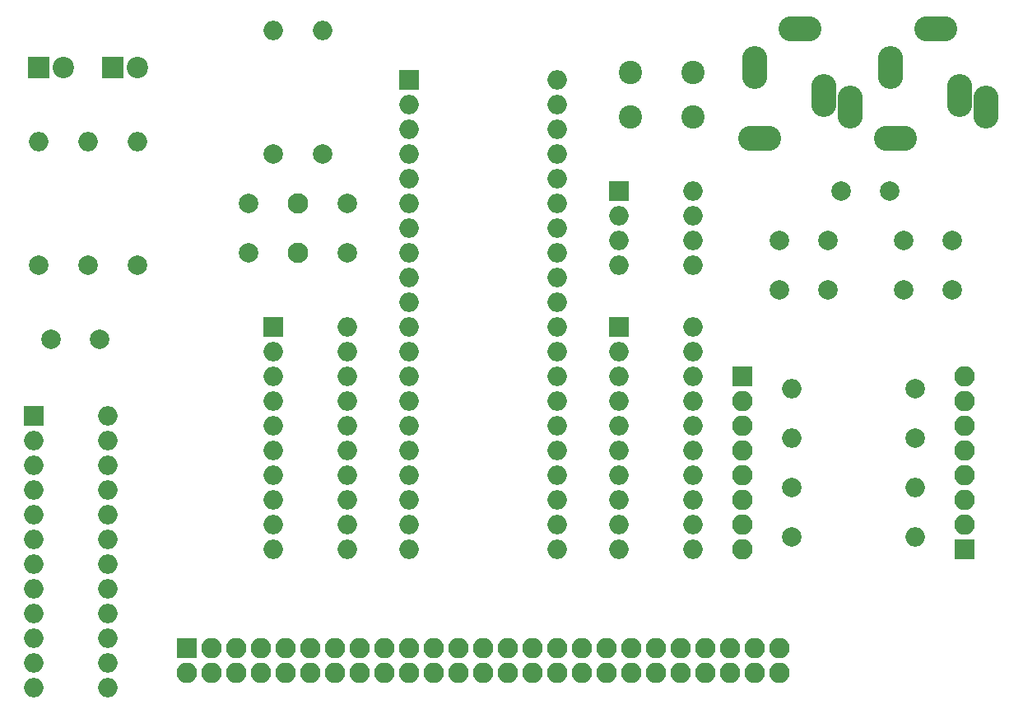
<source format=gts>
G04 #@! TF.FileFunction,Soldermask,Top*
%FSLAX46Y46*%
G04 Gerber Fmt 4.6, Leading zero omitted, Abs format (unit mm)*
G04 Created by KiCad (PCBNEW 4.0.7) date 03/30/18 14:47:40*
%MOMM*%
%LPD*%
G01*
G04 APERTURE LIST*
%ADD10C,0.100000*%
%ADD11C,2.000000*%
%ADD12R,2.100000X2.100000*%
%ADD13O,2.100000X2.100000*%
%ADD14R,2.200000X2.200000*%
%ADD15C,2.200000*%
%ADD16C,2.100000*%
%ADD17O,2.000000X2.000000*%
%ADD18C,2.400000*%
%ADD19R,2.000000X2.000000*%
%ADD20O,2.600000X4.400000*%
%ADD21O,4.400000X2.600000*%
G04 APERTURE END LIST*
D10*
D11*
X100330000Y-73660000D03*
X100330000Y-68660000D03*
X110490000Y-73660000D03*
X110490000Y-68660000D03*
X80010000Y-82550000D03*
X85010000Y-82550000D03*
D12*
X93980000Y-114300000D03*
D13*
X93980000Y-116840000D03*
X96520000Y-114300000D03*
X96520000Y-116840000D03*
X99060000Y-114300000D03*
X99060000Y-116840000D03*
X101600000Y-114300000D03*
X101600000Y-116840000D03*
X104140000Y-114300000D03*
X104140000Y-116840000D03*
X106680000Y-114300000D03*
X106680000Y-116840000D03*
X109220000Y-114300000D03*
X109220000Y-116840000D03*
X111760000Y-114300000D03*
X111760000Y-116840000D03*
X114300000Y-114300000D03*
X114300000Y-116840000D03*
X116840000Y-114300000D03*
X116840000Y-116840000D03*
X119380000Y-114300000D03*
X119380000Y-116840000D03*
X121920000Y-114300000D03*
X121920000Y-116840000D03*
X124460000Y-114300000D03*
X124460000Y-116840000D03*
X127000000Y-114300000D03*
X127000000Y-116840000D03*
X129540000Y-114300000D03*
X129540000Y-116840000D03*
X132080000Y-114300000D03*
X132080000Y-116840000D03*
X134620000Y-114300000D03*
X134620000Y-116840000D03*
X137160000Y-114300000D03*
X137160000Y-116840000D03*
X139700000Y-114300000D03*
X139700000Y-116840000D03*
X142240000Y-114300000D03*
X142240000Y-116840000D03*
X144780000Y-114300000D03*
X144780000Y-116840000D03*
X147320000Y-114300000D03*
X147320000Y-116840000D03*
X149860000Y-114300000D03*
X149860000Y-116840000D03*
X152400000Y-114300000D03*
X152400000Y-116840000D03*
X154940000Y-114300000D03*
X154940000Y-116840000D03*
D14*
X86360000Y-54610000D03*
D15*
X88900000Y-54610000D03*
D14*
X78740000Y-54610000D03*
D15*
X81280000Y-54610000D03*
D12*
X151130000Y-86360000D03*
D13*
X151130000Y-88900000D03*
X151130000Y-91440000D03*
X151130000Y-93980000D03*
X151130000Y-96520000D03*
X151130000Y-99060000D03*
X151130000Y-101600000D03*
X151130000Y-104140000D03*
D12*
X173990000Y-104140000D03*
D13*
X173990000Y-101600000D03*
X173990000Y-99060000D03*
X173990000Y-96520000D03*
X173990000Y-93980000D03*
X173990000Y-91440000D03*
X173990000Y-88900000D03*
X173990000Y-86360000D03*
D16*
X105410000Y-73660000D03*
X105410000Y-68660000D03*
D11*
X78740000Y-74930000D03*
D17*
X78740000Y-62230000D03*
D11*
X83820000Y-74930000D03*
D17*
X83820000Y-62230000D03*
D11*
X88900000Y-74930000D03*
D17*
X88900000Y-62230000D03*
D18*
X146050000Y-55190000D03*
X146050000Y-59690000D03*
X139550000Y-55190000D03*
X139550000Y-59690000D03*
D19*
X78232000Y-90424000D03*
D17*
X85852000Y-118364000D03*
X78232000Y-92964000D03*
X85852000Y-115824000D03*
X78232000Y-95504000D03*
X85852000Y-113284000D03*
X78232000Y-98044000D03*
X85852000Y-110744000D03*
X78232000Y-100584000D03*
X85852000Y-108204000D03*
X78232000Y-103124000D03*
X85852000Y-105664000D03*
X78232000Y-105664000D03*
X85852000Y-103124000D03*
X78232000Y-108204000D03*
X85852000Y-100584000D03*
X78232000Y-110744000D03*
X85852000Y-98044000D03*
X78232000Y-113284000D03*
X85852000Y-95504000D03*
X78232000Y-115824000D03*
X85852000Y-92964000D03*
X78232000Y-118364000D03*
X85852000Y-90424000D03*
D19*
X102870000Y-81280000D03*
D17*
X110490000Y-104140000D03*
X102870000Y-83820000D03*
X110490000Y-101600000D03*
X102870000Y-86360000D03*
X110490000Y-99060000D03*
X102870000Y-88900000D03*
X110490000Y-96520000D03*
X102870000Y-91440000D03*
X110490000Y-93980000D03*
X102870000Y-93980000D03*
X110490000Y-91440000D03*
X102870000Y-96520000D03*
X110490000Y-88900000D03*
X102870000Y-99060000D03*
X110490000Y-86360000D03*
X102870000Y-101600000D03*
X110490000Y-83820000D03*
X102870000Y-104140000D03*
X110490000Y-81280000D03*
D19*
X138430000Y-81280000D03*
D17*
X146050000Y-104140000D03*
X138430000Y-83820000D03*
X146050000Y-101600000D03*
X138430000Y-86360000D03*
X146050000Y-99060000D03*
X138430000Y-88900000D03*
X146050000Y-96520000D03*
X138430000Y-91440000D03*
X146050000Y-93980000D03*
X138430000Y-93980000D03*
X146050000Y-91440000D03*
X138430000Y-96520000D03*
X146050000Y-88900000D03*
X138430000Y-99060000D03*
X146050000Y-86360000D03*
X138430000Y-101600000D03*
X146050000Y-83820000D03*
X138430000Y-104140000D03*
X146050000Y-81280000D03*
D19*
X116840000Y-55880000D03*
D17*
X132080000Y-104140000D03*
X116840000Y-58420000D03*
X132080000Y-101600000D03*
X116840000Y-60960000D03*
X132080000Y-99060000D03*
X116840000Y-63500000D03*
X132080000Y-96520000D03*
X116840000Y-66040000D03*
X132080000Y-93980000D03*
X116840000Y-68580000D03*
X132080000Y-91440000D03*
X116840000Y-71120000D03*
X132080000Y-88900000D03*
X116840000Y-73660000D03*
X132080000Y-86360000D03*
X116840000Y-76200000D03*
X132080000Y-83820000D03*
X116840000Y-78740000D03*
X132080000Y-81280000D03*
X116840000Y-81280000D03*
X132080000Y-78740000D03*
X116840000Y-83820000D03*
X132080000Y-76200000D03*
X116840000Y-86360000D03*
X132080000Y-73660000D03*
X116840000Y-88900000D03*
X132080000Y-71120000D03*
X116840000Y-91440000D03*
X132080000Y-68580000D03*
X116840000Y-93980000D03*
X132080000Y-66040000D03*
X116840000Y-96520000D03*
X132080000Y-63500000D03*
X116840000Y-99060000D03*
X132080000Y-60960000D03*
X116840000Y-101600000D03*
X132080000Y-58420000D03*
X116840000Y-104140000D03*
X132080000Y-55880000D03*
D11*
X172720000Y-72390000D03*
X167720000Y-72390000D03*
X168910000Y-87630000D03*
D17*
X156210000Y-87630000D03*
D11*
X172720000Y-77470000D03*
X167720000Y-77470000D03*
X154940000Y-77470000D03*
X159940000Y-77470000D03*
X154940000Y-72390000D03*
X159940000Y-72390000D03*
X161290000Y-67310000D03*
X166290000Y-67310000D03*
D20*
X152400000Y-54610000D03*
D21*
X152900000Y-61910000D03*
D20*
X159500000Y-57510000D03*
X162200000Y-58710000D03*
D21*
X157000000Y-50710000D03*
D20*
X166370000Y-54610000D03*
D21*
X166870000Y-61910000D03*
D20*
X173470000Y-57510000D03*
X176170000Y-58710000D03*
D21*
X170970000Y-50710000D03*
D11*
X156210000Y-97790000D03*
D17*
X168910000Y-97790000D03*
D11*
X156210000Y-102870000D03*
D17*
X168910000Y-102870000D03*
D11*
X107950000Y-63500000D03*
D17*
X107950000Y-50800000D03*
D11*
X102870000Y-63500000D03*
D17*
X102870000Y-50800000D03*
D11*
X168910000Y-92710000D03*
D17*
X156210000Y-92710000D03*
D19*
X138430000Y-67310000D03*
D17*
X146050000Y-74930000D03*
X138430000Y-69850000D03*
X146050000Y-72390000D03*
X138430000Y-72390000D03*
X146050000Y-69850000D03*
X138430000Y-74930000D03*
X146050000Y-67310000D03*
M02*

</source>
